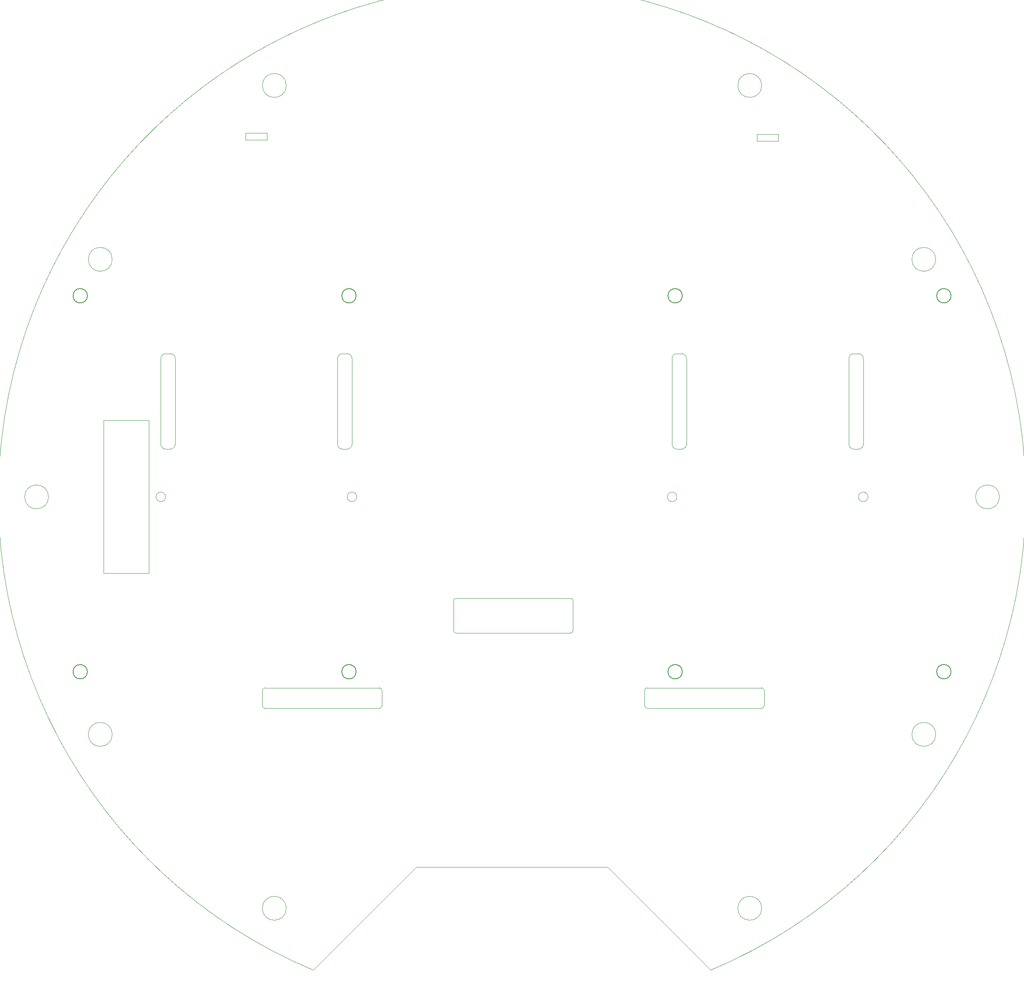
<source format=gbr>
%TF.GenerationSoftware,KiCad,Pcbnew,(6.0.9)*%
%TF.CreationDate,2023-07-09T09:32:53+10:00*%
%TF.ProjectId,Main 2.4,4d61696e-2032-42e3-942e-6b696361645f,rev?*%
%TF.SameCoordinates,Original*%
%TF.FileFunction,Profile,NP*%
%FSLAX46Y46*%
G04 Gerber Fmt 4.6, Leading zero omitted, Abs format (unit mm)*
G04 Created by KiCad (PCBNEW (6.0.9)) date 2023-07-09 09:32:53*
%MOMM*%
%LPD*%
G01*
G04 APERTURE LIST*
%TA.AperFunction,Profile*%
%ADD10C,0.100000*%
%TD*%
%TA.AperFunction,Profile*%
%ADD11C,0.150000*%
%TD*%
G04 APERTURE END LIST*
D10*
X103000000Y-150000000D02*
G75*
G03*
X103000000Y-150000000I-2500000J0D01*
G01*
X227750000Y-193750000D02*
G75*
G03*
X228250000Y-194250000I500000J0D01*
G01*
X158382660Y-249117340D02*
X180000000Y-227500000D01*
X126500000Y-139000000D02*
G75*
G03*
X127500000Y-140000000I1000000J0D01*
G01*
X124000000Y-134000000D02*
X114500000Y-134000000D01*
X114500000Y-134000000D02*
X114500000Y-166000000D01*
X114500000Y-166000000D02*
X124000000Y-166000000D01*
X124000000Y-166000000D02*
X124000000Y-134000000D01*
X152750000Y-236169528D02*
G75*
G03*
X152750000Y-236169528I-2500000J0D01*
G01*
X212750000Y-178000000D02*
X212750000Y-171750000D01*
X148250000Y-194250000D02*
X172250000Y-194250000D01*
D11*
X167370000Y-186620000D02*
G75*
G03*
X167370000Y-186620000I-1500000J0D01*
G01*
X111130000Y-107880000D02*
G75*
G03*
X111130000Y-107880000I-1500000J0D01*
G01*
D10*
X228250000Y-194250000D02*
X252250000Y-194250000D01*
X165500000Y-140000000D02*
G75*
G03*
X166500000Y-139000000I0J1000000D01*
G01*
X127500000Y-140000000D02*
X128500000Y-140000000D01*
X271500000Y-120000000D02*
X272500000Y-120000000D01*
X148750000Y-75250000D02*
X144250000Y-75250000D01*
X144250000Y-75250000D02*
X144250000Y-73750000D01*
X144250000Y-73750000D02*
X148750000Y-73750000D01*
X148750000Y-73750000D02*
X148750000Y-75250000D01*
X164500000Y-120000000D02*
G75*
G03*
X163500000Y-121000000I0J-1000000D01*
G01*
X152750000Y-63830472D02*
G75*
G03*
X152750000Y-63830472I-2500000J0D01*
G01*
X127500000Y-120000000D02*
G75*
G03*
X126500000Y-121000000I0J-1000000D01*
G01*
X227750000Y-190500000D02*
X227750000Y-193750000D01*
X126500000Y-139000000D02*
X126500000Y-121000000D01*
X241617340Y-249117340D02*
G75*
G03*
X158382660Y-249117340I-41617340J99117340D01*
G01*
X274500000Y-150000000D02*
G75*
G03*
X274500000Y-150000000I-1000000J0D01*
G01*
D11*
X291870000Y-107880000D02*
G75*
G03*
X291870000Y-107880000I-1500000J0D01*
G01*
X235630000Y-186620000D02*
G75*
G03*
X235630000Y-186620000I-1500000J0D01*
G01*
D10*
X166500000Y-121000000D02*
X166500000Y-139000000D01*
D11*
X167370000Y-107880000D02*
G75*
G03*
X167370000Y-107880000I-1500000J0D01*
G01*
D10*
X273500000Y-121000000D02*
G75*
G03*
X272500000Y-120000000I-1000000J0D01*
G01*
D11*
X111130000Y-186630000D02*
G75*
G03*
X111130000Y-186630000I-1500000J0D01*
G01*
D10*
X236500000Y-121000000D02*
X236500000Y-139000000D01*
X188250000Y-178500000D02*
X212250000Y-178500000D01*
X187750000Y-171750000D02*
X187750000Y-178000000D01*
X270500000Y-139000000D02*
G75*
G03*
X271500000Y-140000000I1000000J0D01*
G01*
X212750000Y-171750000D02*
G75*
G03*
X212250000Y-171250000I-500000J0D01*
G01*
X233500000Y-139000000D02*
X233500000Y-121000000D01*
X288669528Y-199750000D02*
G75*
G03*
X288669528Y-199750000I-2500000J0D01*
G01*
X127500000Y-150000000D02*
G75*
G03*
X127500000Y-150000000I-1000000J0D01*
G01*
X270500000Y-139000000D02*
X270500000Y-121000000D01*
X116330472Y-100250000D02*
G75*
G03*
X116330472Y-100250000I-2500000J0D01*
G01*
X233500000Y-139000000D02*
G75*
G03*
X234500000Y-140000000I1000000J0D01*
G01*
X234500000Y-140000000D02*
X235500000Y-140000000D01*
X252750000Y-190500000D02*
G75*
G03*
X252250000Y-190000000I-500000J0D01*
G01*
X129500000Y-121000000D02*
X129500000Y-139000000D01*
X163500000Y-139000000D02*
G75*
G03*
X164500000Y-140000000I1000000J0D01*
G01*
X147750000Y-193750000D02*
G75*
G03*
X148250000Y-194250000I500000J0D01*
G01*
X252250000Y-63830472D02*
G75*
G03*
X252250000Y-63830472I-2500000J0D01*
G01*
X172750000Y-193750000D02*
X172750000Y-190500000D01*
X172250000Y-190000000D02*
X148250000Y-190000000D01*
X302000000Y-150000000D02*
G75*
G03*
X302000000Y-150000000I-2500000J0D01*
G01*
X234500000Y-120000000D02*
X235500000Y-120000000D01*
X252250000Y-190000000D02*
X228250000Y-190000000D01*
X273500000Y-121000000D02*
X273500000Y-139000000D01*
X252250000Y-236169528D02*
G75*
G03*
X252250000Y-236169528I-2500000J0D01*
G01*
X148250000Y-190000000D02*
G75*
G03*
X147750000Y-190500000I0J-500000D01*
G01*
X129500000Y-121000000D02*
G75*
G03*
X128500000Y-120000000I-1000000J0D01*
G01*
X172750000Y-190500000D02*
G75*
G03*
X172250000Y-190000000I-500000J0D01*
G01*
X272500000Y-140000000D02*
G75*
G03*
X273500000Y-139000000I0J1000000D01*
G01*
X164500000Y-120000000D02*
X165500000Y-120000000D01*
X212250000Y-178500000D02*
G75*
G03*
X212750000Y-178000000I0J500000D01*
G01*
X180000000Y-227500000D02*
X220000000Y-227500000D01*
X236500000Y-121000000D02*
G75*
G03*
X235500000Y-120000000I-1000000J0D01*
G01*
X228250000Y-190000000D02*
G75*
G03*
X227750000Y-190500000I0J-500000D01*
G01*
X167500000Y-150000000D02*
G75*
G03*
X167500000Y-150000000I-1000000J0D01*
G01*
D11*
X291870000Y-186620000D02*
G75*
G03*
X291870000Y-186620000I-1500000J0D01*
G01*
D10*
X220000000Y-227500000D02*
X241617340Y-249117340D01*
X252750000Y-193750000D02*
X252750000Y-190500000D01*
X234500000Y-150000000D02*
G75*
G03*
X234500000Y-150000000I-1000000J0D01*
G01*
X271500000Y-140000000D02*
X272500000Y-140000000D01*
X234500000Y-120000000D02*
G75*
G03*
X233500000Y-121000000I0J-1000000D01*
G01*
X212250000Y-171250000D02*
X188250000Y-171250000D01*
X187750000Y-178000000D02*
G75*
G03*
X188250000Y-178500000I500000J0D01*
G01*
X147750000Y-190500000D02*
X147750000Y-193750000D01*
X271500000Y-120000000D02*
G75*
G03*
X270500000Y-121000000I0J-1000000D01*
G01*
X255750000Y-75500000D02*
X251250000Y-75500000D01*
X251250000Y-75500000D02*
X251250000Y-74000000D01*
X251250000Y-74000000D02*
X255750000Y-74000000D01*
X255750000Y-74000000D02*
X255750000Y-75500000D01*
X188250000Y-171250000D02*
G75*
G03*
X187750000Y-171750000I0J-500000D01*
G01*
X164500000Y-140000000D02*
X165500000Y-140000000D01*
X127500000Y-120000000D02*
X128500000Y-120000000D01*
X166500000Y-121000000D02*
G75*
G03*
X165500000Y-120000000I-1000000J0D01*
G01*
X116330472Y-199750000D02*
G75*
G03*
X116330472Y-199750000I-2500000J0D01*
G01*
X252250000Y-194250000D02*
G75*
G03*
X252750000Y-193750000I0J500000D01*
G01*
X288669528Y-100250000D02*
G75*
G03*
X288669528Y-100250000I-2500000J0D01*
G01*
X235500000Y-140000000D02*
G75*
G03*
X236500000Y-139000000I0J1000000D01*
G01*
X128500000Y-140000000D02*
G75*
G03*
X129500000Y-139000000I0J1000000D01*
G01*
D11*
X235630000Y-107880000D02*
G75*
G03*
X235630000Y-107880000I-1500000J0D01*
G01*
D10*
X172250000Y-194250000D02*
G75*
G03*
X172750000Y-193750000I0J500000D01*
G01*
X163500000Y-139000000D02*
X163500000Y-121000000D01*
M02*

</source>
